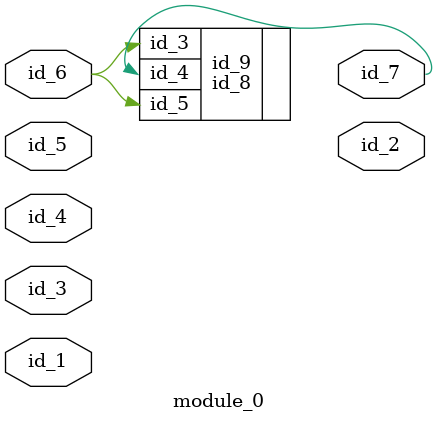
<source format=v>
module module_0 (
    id_1,
    id_2,
    id_3,
    id_4,
    id_5,
    id_6,
    id_7
);
  output id_7;
  input id_6;
  input id_5;
  input id_4;
  input id_3;
  output id_2;
  input id_1;
  id_8 id_9 (
      .id_4(id_7),
      .id_3(id_6),
      .id_5(id_6)
  );
  id_10 id_11 (
      .id_2(id_4),
      .id_5(id_3),
      .id_2(id_9[id_1])
  );
endmodule

</source>
